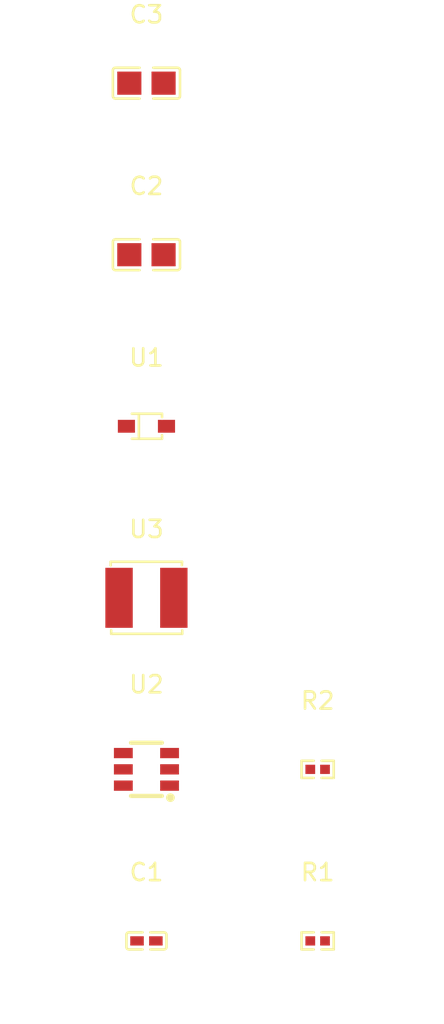
<source format=kicad_pcb>
(kicad_pcb (version 20241229) (generator "atopile") (generator_version "0.3.24")
  (layers (0 "F.Cu" signal) (31 "B.Cu" signal) (34 "B.Paste" user) (35 "F.Paste" user) (36 "B.SilkS" user "B.Silkscreen") (37 "F.SilkS" user "F.Silkscreen") (38 "B.Mask" user) (39 "F.Mask" user) (44 "Edge.Cuts" user))
  (net 0 "")
  (net 1 "SW")
  (net 2 "CB")
  (net 3 "hv-1")
  (net 4 "FB")
  (net 5 "gnd-1")
  (net 6 "hv")
  (net 7 "gnd")
  (footprint "atopile:C0402-b3ef17" (layer "F.Cu") (at 0 0 0)
    (property "Reference" "C1" (at 0 -4 0) (layer "F.SilkS") (hide no))
    (property "Value" "470nF ±20% 16V X5R")
    (fp_line (start 1.02 -0.5) (end 0.23 -0.5) (stroke (width 0.15)) (layer "F.SilkS"))
    (fp_line (start 0.23 0.5) (end 1.02 0.5) (stroke (width 0.15)) (layer "F.SilkS"))
    (fp_line (start 1.17 0.35) (end 1.17 -0.35) (stroke (width 0.15)) (layer "F.SilkS"))
    (fp_line (start -1.02 -0.5) (end -0.23 -0.5) (stroke (width 0.15)) (layer "F.SilkS"))
    (fp_line (start -0.23 0.5) (end -1.02 0.5) (stroke (width 0.15)) (layer "F.SilkS"))
    (fp_line (start -1.17 0.35) (end -1.17 -0.35) (stroke (width 0.15)) (layer "F.SilkS"))
    (fp_arc (start 1.17 0.35) (mid 1.1260660171779822 0.456066017177982) (end 1.02 0.4999999999999999) (stroke (width 0.15)) (layer "F.SilkS"))
    (fp_arc (start 1.02 -0.5) (mid 1.1260660171779822 -0.4560660171779821) (end 1.17 -0.35) (stroke (width 0.15)) (layer "F.SilkS"))
    (fp_arc (start -1.17 0.35) (mid -1.1260660171779822 0.456066017177982) (end -1.02 0.4999999999999999) (stroke (width 0.15)) (layer "F.SilkS"))
    (fp_arc (start -1.02 -0.5) (mid -1.1260660171779822 -0.4560660171779821) (end -1.17 -0.35) (stroke (width 0.15)) (layer "F.SilkS"))
    (fp_text user "${REFERENCE}" (at 0 -4 0) (layer "F.SilkS"))
    (pad "2" smd rect (at 0.55 0 0) (size 0.79 0.54) (layers "F.Cu" "F.Paste" "F.Mask") (net 1 "SW"))
    (pad "1" smd rect (at -0.55 0 0) (size 0.79 0.54) (layers "F.Cu" "F.Paste" "F.Mask") (net 2 "CB"))
  )
  (footprint "lib:SOT-23-6_L2.9-W1.6-P0.95-LS2.8-BR" (layer "F.Cu") (at 0 -10 0)
    (property "Reference" "U2" (at 0 -4.95 0) (layer "F.SilkS") (hide no))
    (property "Value" "")
    (fp_line (start -0.9 -1.55) (end 0.9 -1.55) (stroke (width 0.25)) (layer "F.SilkS"))
    (fp_line (start -0.9 1.55) (end 0.9 1.55) (stroke (width 0.25)) (layer "F.SilkS"))
    (fp_circle (center 1.4 1.65) (end 1.53 1.65) (stroke (width 0.25)) (fill no) (layer "F.SilkS"))
    (fp_text user "${REFERENCE}" (at 0 -4.95 0) (layer "F.SilkS"))
    (pad "3" smd rect (at 1.35 -0.95 0) (size 1.1 0.6) (layers "F.Cu" "F.Paste" "F.Mask") (net 4 "FB"))
    (pad "2" smd rect (at 1.35 0 0) (size 1.1 0.6) (layers "F.Cu" "F.Paste" "F.Mask") (net 7 "gnd"))
    (pad "1" smd rect (at 1.35 0.95 0) (size 1.1 0.6) (layers "F.Cu" "F.Paste" "F.Mask") (net 2 "CB"))
    (pad "6" smd rect (at -1.35 0.95 0) (size 1.1 0.6) (layers "F.Cu" "F.Paste" "F.Mask") (net 1 "SW"))
    (pad "5" smd rect (at -1.35 0 0) (size 1.1 0.6) (layers "F.Cu" "F.Paste" "F.Mask") (net 3 "hv-1"))
    (pad "4" smd rect (at -1.35 -0.95 0) (size 1.1 0.6) (layers "F.Cu" "F.Paste" "F.Mask") (net 3 "hv-1"))
  )
  (footprint "lib:IND-SMD_L4.0-W4.0" (layer "F.Cu") (at 0 -20 0)
    (property "Reference" "U3" (at 0 -4 0) (layer "F.SilkS") (hide no))
    (property "Value" "10µH ±20%")
    (fp_line (start -2.06 1.89) (end -2.06 2.1) (stroke (width 0.15)) (layer "F.SilkS"))
    (fp_line (start -2.06 2.1) (end 2.09 2.1) (stroke (width 0.15)) (layer "F.SilkS"))
    (fp_line (start 2.09 2.1) (end 2.09 1.9) (stroke (width 0.15)) (layer "F.SilkS"))
    (fp_line (start 2.07 -1.9) (end 2.08 -2.1) (stroke (width 0.15)) (layer "F.SilkS"))
    (fp_line (start 2.08 -2.1) (end -2.09 -2.1) (stroke (width 0.15)) (layer "F.SilkS"))
    (fp_line (start -2.09 -2.1) (end -2.09 -1.88) (stroke (width 0.15)) (layer "F.SilkS"))
    (fp_text user "${REFERENCE}" (at 0 -4 0) (layer "F.SilkS"))
    (pad "2" smd rect (at 1.6 0 0) (size 1.6 3.5) (layers "F.Cu" "F.Paste" "F.Mask") (net 6 "hv"))
    (pad "1" smd rect (at -1.6 0 0) (size 1.6 3.5) (layers "F.Cu" "F.Paste" "F.Mask") (net 1 "SW"))
  )
  (footprint "lib:SOD-323_L1.8-W1.3-LS2.5-RD" (layer "F.Cu") (at 0 -30 0)
    (property "Reference" "U1" (at 0 -4 0) (layer "F.SilkS") (hide no))
    (property "Value" "")
    (fp_line (start 0.91 0.73) (end 0.91 0.52) (stroke (width 0.15)) (layer "F.SilkS"))
    (fp_line (start 0.91 -0.73) (end 0.91 -0.53) (stroke (width 0.15)) (layer "F.SilkS"))
    (fp_line (start -0.85 -0.73) (end 0.91 -0.73) (stroke (width 0.15)) (layer "F.SilkS"))
    (fp_line (start -0.85 0.73) (end 0.91 0.73) (stroke (width 0.15)) (layer "F.SilkS"))
    (fp_line (start -0.44 -0.73) (end -0.44 0.73) (stroke (width 0.15)) (layer "F.SilkS"))
    (fp_text user "${REFERENCE}" (at 0 -4 0) (layer "F.SilkS"))
    (pad "2" smd rect (at 1.17 0 0) (size 1 0.75) (layers "F.Cu" "F.Paste" "F.Mask") (net 5 "gnd-1"))
    (pad "1" smd rect (at -1.17 0 0) (size 1 0.75) (layers "F.Cu" "F.Paste" "F.Mask") (net 1 "SW"))
  )
  (footprint "atopile:C0805-3b2e55" (layer "F.Cu") (at 0 -40 0)
    (property "Reference" "C2" (at 0 -4 0) (layer "F.SilkS") (hide no))
    (property "Value" "4.7µF ±10% 25V X5R")
    (fp_line (start 1.81 -0.9) (end 0.4 -0.9) (stroke (width 0.15)) (layer "F.SilkS"))
    (fp_line (start 0.4 0.9) (end 1.81 0.9) (stroke (width 0.15)) (layer "F.SilkS"))
    (fp_line (start 1.96 0.75) (end 1.96 -0.75) (stroke (width 0.15)) (layer "F.SilkS"))
    (fp_line (start -1.81 -0.9) (end -0.4 -0.9) (stroke (width 0.15)) (layer "F.SilkS"))
    (fp_line (start -0.4 0.9) (end -1.81 0.9) (stroke (width 0.15)) (layer "F.SilkS"))
    (fp_line (start -1.96 0.75) (end -1.96 -0.75) (stroke (width 0.15)) (layer "F.SilkS"))
    (fp_arc (start 1.96 0.75) (mid 1.9160660171779822 0.856066017177982) (end 1.81 0.8999999999999999) (stroke (width 0.15)) (layer "F.SilkS"))
    (fp_arc (start 1.81 -0.9) (mid 1.9160660171779822 -0.8560660171779821) (end 1.96 -0.75) (stroke (width 0.15)) (layer "F.SilkS"))
    (fp_arc (start -1.96 0.75) (mid -1.9160660171779822 0.856066017177982) (end -1.81 0.8999999999999999) (stroke (width 0.15)) (layer "F.SilkS"))
    (fp_arc (start -1.81 -0.9) (mid -1.9160660171779822 -0.8560660171779821) (end -1.96 -0.75) (stroke (width 0.15)) (layer "F.SilkS"))
    (fp_text user "${REFERENCE}" (at 0 -4 0) (layer "F.SilkS"))
    (pad "2" smd rect (at 1 0 0) (size 1.41 1.35) (layers "F.Cu" "F.Paste" "F.Mask") (net 7 "gnd"))
    (pad "1" smd rect (at -1 0 0) (size 1.41 1.35) (layers "F.Cu" "F.Paste" "F.Mask") (net 3 "hv-1"))
  )
  (footprint "atopile:C0805-3b2e55" (layer "F.Cu") (at 0 -50 0)
    (property "Reference" "C3" (at 0 -4 0) (layer "F.SilkS") (hide no))
    (property "Value" "10µF ±10% 25V X5R")
    (fp_line (start 1.81 -0.9) (end 0.4 -0.9) (stroke (width 0.15)) (layer "F.SilkS"))
    (fp_line (start 0.4 0.9) (end 1.81 0.9) (stroke (width 0.15)) (layer "F.SilkS"))
    (fp_line (start 1.96 0.75) (end 1.96 -0.75) (stroke (width 0.15)) (layer "F.SilkS"))
    (fp_line (start -1.81 -0.9) (end -0.4 -0.9) (stroke (width 0.15)) (layer "F.SilkS"))
    (fp_line (start -0.4 0.9) (end -1.81 0.9) (stroke (width 0.15)) (layer "F.SilkS"))
    (fp_line (start -1.96 0.75) (end -1.96 -0.75) (stroke (width 0.15)) (layer "F.SilkS"))
    (fp_arc (start 1.96 0.75) (mid 1.9160660171779822 0.856066017177982) (end 1.81 0.8999999999999999) (stroke (width 0.15)) (layer "F.SilkS"))
    (fp_arc (start 1.81 -0.9) (mid 1.9160660171779822 -0.8560660171779821) (end 1.96 -0.75) (stroke (width 0.15)) (layer "F.SilkS"))
    (fp_arc (start -1.96 0.75) (mid -1.9160660171779822 0.856066017177982) (end -1.81 0.8999999999999999) (stroke (width 0.15)) (layer "F.SilkS"))
    (fp_arc (start -1.81 -0.9) (mid -1.9160660171779822 -0.8560660171779821) (end -1.96 -0.75) (stroke (width 0.15)) (layer "F.SilkS"))
    (fp_text user "${REFERENCE}" (at 0 -4 0) (layer "F.SilkS"))
    (pad "2" smd rect (at 1 0 0) (size 1.41 1.35) (layers "F.Cu" "F.Paste" "F.Mask") (net 5 "gnd-1"))
    (pad "1" smd rect (at -1 0 0) (size 1.41 1.35) (layers "F.Cu" "F.Paste" "F.Mask") (net 6 "hv"))
  )
  (footprint "atopile:R0402-56259e" (layer "F.Cu") (at 10 0 0)
    (property "Reference" "R1" (at 0 -4 0) (layer "F.SilkS") (hide no))
    (property "Value" "10kΩ ±1% 62.5mW")
    (fp_line (start -0.23 0.5) (end -0.94 0.5) (stroke (width 0.15)) (layer "F.SilkS"))
    (fp_line (start -0.94 0.5) (end -0.94 -0.5) (stroke (width 0.15)) (layer "F.SilkS"))
    (fp_line (start -0.94 -0.5) (end -0.23 -0.5) (stroke (width 0.15)) (layer "F.SilkS"))
    (fp_line (start 0.23 0.5) (end 0.94 0.5) (stroke (width 0.15)) (layer "F.SilkS"))
    (fp_line (start 0.94 0.5) (end 0.94 -0.5) (stroke (width 0.15)) (layer "F.SilkS"))
    (fp_line (start 0.94 -0.5) (end 0.23 -0.5) (stroke (width 0.15)) (layer "F.SilkS"))
    (fp_text user "${REFERENCE}" (at 0 -4 0) (layer "F.SilkS"))
    (pad "2" smd rect (at 0.43 0 0) (size 0.57 0.54) (layers "F.Cu" "F.Paste" "F.Mask") (net 5 "gnd-1"))
    (pad "1" smd rect (at -0.43 0 0) (size 0.57 0.54) (layers "F.Cu" "F.Paste" "F.Mask") (net 4 "FB"))
  )
  (footprint "atopile:R0402-56259e" (layer "F.Cu") (at 10 -10 0)
    (property "Reference" "R2" (at 0 -4 0) (layer "F.SilkS") (hide no))
    (property "Value" "13kΩ ±1% 62.5mW")
    (fp_line (start -0.23 0.5) (end -0.94 0.5) (stroke (width 0.15)) (layer "F.SilkS"))
    (fp_line (start -0.94 0.5) (end -0.94 -0.5) (stroke (width 0.15)) (layer "F.SilkS"))
    (fp_line (start -0.94 -0.5) (end -0.23 -0.5) (stroke (width 0.15)) (layer "F.SilkS"))
    (fp_line (start 0.23 0.5) (end 0.94 0.5) (stroke (width 0.15)) (layer "F.SilkS"))
    (fp_line (start 0.94 0.5) (end 0.94 -0.5) (stroke (width 0.15)) (layer "F.SilkS"))
    (fp_line (start 0.94 -0.5) (end 0.23 -0.5) (stroke (width 0.15)) (layer "F.SilkS"))
    (fp_text user "${REFERENCE}" (at 0 -4 0) (layer "F.SilkS"))
    (pad "2" smd rect (at 0.43 0 0) (size 0.57 0.54) (layers "F.Cu" "F.Paste" "F.Mask") (net 4 "FB"))
    (pad "1" smd rect (at -0.43 0 0) (size 0.57 0.54) (layers "F.Cu" "F.Paste" "F.Mask") (net 6 "hv"))
  )
)
</source>
